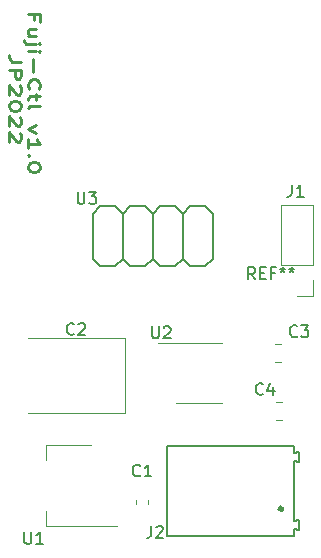
<source format=gbr>
%TF.GenerationSoftware,KiCad,Pcbnew,(6.0.5-0)*%
%TF.CreationDate,2022-06-26T23:43:10+02:00*%
%TF.ProjectId,Fuji-IoT,46756a69-2d49-46f5-942e-6b696361645f,rev?*%
%TF.SameCoordinates,Original*%
%TF.FileFunction,Legend,Top*%
%TF.FilePolarity,Positive*%
%FSLAX46Y46*%
G04 Gerber Fmt 4.6, Leading zero omitted, Abs format (unit mm)*
G04 Created by KiCad (PCBNEW (6.0.5-0)) date 2022-06-26 23:43:10*
%MOMM*%
%LPD*%
G01*
G04 APERTURE LIST*
%ADD10C,0.250000*%
%ADD11C,0.150000*%
%ADD12C,0.120000*%
%ADD13C,0.152400*%
%ADD14C,0.200000*%
%ADD15C,0.400000*%
G04 APERTURE END LIST*
D10*
X43976428Y-32300000D02*
X43976428Y-31833333D01*
X43452619Y-31833333D02*
X44452619Y-31833333D01*
X44452619Y-32500000D01*
X44119285Y-33633333D02*
X43452619Y-33633333D01*
X44119285Y-33033333D02*
X43595476Y-33033333D01*
X43500238Y-33100000D01*
X43452619Y-33233333D01*
X43452619Y-33433333D01*
X43500238Y-33566666D01*
X43547857Y-33633333D01*
X44119285Y-34300000D02*
X43262142Y-34300000D01*
X43166904Y-34233333D01*
X43119285Y-34100000D01*
X43119285Y-34033333D01*
X44452619Y-34300000D02*
X44405000Y-34233333D01*
X44357380Y-34300000D01*
X44405000Y-34366666D01*
X44452619Y-34300000D01*
X44357380Y-34300000D01*
X43452619Y-34966666D02*
X44119285Y-34966666D01*
X44452619Y-34966666D02*
X44405000Y-34900000D01*
X44357380Y-34966666D01*
X44405000Y-35033333D01*
X44452619Y-34966666D01*
X44357380Y-34966666D01*
X43833571Y-35633333D02*
X43833571Y-36700000D01*
X43547857Y-38166666D02*
X43500238Y-38100000D01*
X43452619Y-37900000D01*
X43452619Y-37766666D01*
X43500238Y-37566666D01*
X43595476Y-37433333D01*
X43690714Y-37366666D01*
X43881190Y-37300000D01*
X44024047Y-37300000D01*
X44214523Y-37366666D01*
X44309761Y-37433333D01*
X44405000Y-37566666D01*
X44452619Y-37766666D01*
X44452619Y-37900000D01*
X44405000Y-38100000D01*
X44357380Y-38166666D01*
X44119285Y-38566666D02*
X44119285Y-39100000D01*
X44452619Y-38766666D02*
X43595476Y-38766666D01*
X43500238Y-38833333D01*
X43452619Y-38966666D01*
X43452619Y-39100000D01*
X43452619Y-39766666D02*
X43500238Y-39633333D01*
X43595476Y-39566666D01*
X44452619Y-39566666D01*
X44119285Y-41233333D02*
X43452619Y-41566666D01*
X44119285Y-41900000D01*
X43452619Y-43166666D02*
X43452619Y-42366666D01*
X43452619Y-42766666D02*
X44452619Y-42766666D01*
X44309761Y-42633333D01*
X44214523Y-42500000D01*
X44166904Y-42366666D01*
X43547857Y-43766666D02*
X43500238Y-43833333D01*
X43452619Y-43766666D01*
X43500238Y-43700000D01*
X43547857Y-43766666D01*
X43452619Y-43766666D01*
X44452619Y-44700000D02*
X44452619Y-44833333D01*
X44405000Y-44966666D01*
X44357380Y-45033333D01*
X44262142Y-45100000D01*
X44071666Y-45166666D01*
X43833571Y-45166666D01*
X43643095Y-45100000D01*
X43547857Y-45033333D01*
X43500238Y-44966666D01*
X43452619Y-44833333D01*
X43452619Y-44700000D01*
X43500238Y-44566666D01*
X43547857Y-44500000D01*
X43643095Y-44433333D01*
X43833571Y-44366666D01*
X44071666Y-44366666D01*
X44262142Y-44433333D01*
X44357380Y-44500000D01*
X44405000Y-44566666D01*
X44452619Y-44700000D01*
X42842619Y-35833333D02*
X42128333Y-35833333D01*
X41985476Y-35766666D01*
X41890238Y-35633333D01*
X41842619Y-35433333D01*
X41842619Y-35300000D01*
X41842619Y-36500000D02*
X42842619Y-36500000D01*
X42842619Y-37033333D01*
X42795000Y-37166666D01*
X42747380Y-37233333D01*
X42652142Y-37300000D01*
X42509285Y-37300000D01*
X42414047Y-37233333D01*
X42366428Y-37166666D01*
X42318809Y-37033333D01*
X42318809Y-36500000D01*
X42747380Y-37833333D02*
X42795000Y-37900000D01*
X42842619Y-38033333D01*
X42842619Y-38366666D01*
X42795000Y-38500000D01*
X42747380Y-38566666D01*
X42652142Y-38633333D01*
X42556904Y-38633333D01*
X42414047Y-38566666D01*
X41842619Y-37766666D01*
X41842619Y-38633333D01*
X42842619Y-39500000D02*
X42842619Y-39633333D01*
X42795000Y-39766666D01*
X42747380Y-39833333D01*
X42652142Y-39900000D01*
X42461666Y-39966666D01*
X42223571Y-39966666D01*
X42033095Y-39900000D01*
X41937857Y-39833333D01*
X41890238Y-39766666D01*
X41842619Y-39633333D01*
X41842619Y-39500000D01*
X41890238Y-39366666D01*
X41937857Y-39300000D01*
X42033095Y-39233333D01*
X42223571Y-39166666D01*
X42461666Y-39166666D01*
X42652142Y-39233333D01*
X42747380Y-39300000D01*
X42795000Y-39366666D01*
X42842619Y-39500000D01*
X42747380Y-40500000D02*
X42795000Y-40566666D01*
X42842619Y-40700000D01*
X42842619Y-41033333D01*
X42795000Y-41166666D01*
X42747380Y-41233333D01*
X42652142Y-41300000D01*
X42556904Y-41300000D01*
X42414047Y-41233333D01*
X41842619Y-40433333D01*
X41842619Y-41300000D01*
X42747380Y-41833333D02*
X42795000Y-41900000D01*
X42842619Y-42033333D01*
X42842619Y-42366666D01*
X42795000Y-42500000D01*
X42747380Y-42566666D01*
X42652142Y-42633333D01*
X42556904Y-42633333D01*
X42414047Y-42566666D01*
X41842619Y-41766666D01*
X41842619Y-42633333D01*
D11*
%TO.C,REF\u002A\u002A*%
X62666666Y-54252380D02*
X62333333Y-53776190D01*
X62095238Y-54252380D02*
X62095238Y-53252380D01*
X62476190Y-53252380D01*
X62571428Y-53300000D01*
X62619047Y-53347619D01*
X62666666Y-53442857D01*
X62666666Y-53585714D01*
X62619047Y-53680952D01*
X62571428Y-53728571D01*
X62476190Y-53776190D01*
X62095238Y-53776190D01*
X63095238Y-53728571D02*
X63428571Y-53728571D01*
X63571428Y-54252380D02*
X63095238Y-54252380D01*
X63095238Y-53252380D01*
X63571428Y-53252380D01*
X64333333Y-53728571D02*
X64000000Y-53728571D01*
X64000000Y-54252380D02*
X64000000Y-53252380D01*
X64476190Y-53252380D01*
X65000000Y-53252380D02*
X65000000Y-53490476D01*
X64761904Y-53395238D02*
X65000000Y-53490476D01*
X65238095Y-53395238D01*
X64857142Y-53680952D02*
X65000000Y-53490476D01*
X65142857Y-53680952D01*
X65761904Y-53252380D02*
X65761904Y-53490476D01*
X65523809Y-53395238D02*
X65761904Y-53490476D01*
X66000000Y-53395238D01*
X65619047Y-53680952D02*
X65761904Y-53490476D01*
X65904761Y-53680952D01*
%TO.C,J1*%
X65766666Y-46252380D02*
X65766666Y-46966666D01*
X65719047Y-47109523D01*
X65623809Y-47204761D01*
X65480952Y-47252380D01*
X65385714Y-47252380D01*
X66766666Y-47252380D02*
X66195238Y-47252380D01*
X66480952Y-47252380D02*
X66480952Y-46252380D01*
X66385714Y-46395238D01*
X66290476Y-46490476D01*
X66195238Y-46538095D01*
%TO.C,C4*%
X63333333Y-63957142D02*
X63285714Y-64004761D01*
X63142857Y-64052380D01*
X63047619Y-64052380D01*
X62904761Y-64004761D01*
X62809523Y-63909523D01*
X62761904Y-63814285D01*
X62714285Y-63623809D01*
X62714285Y-63480952D01*
X62761904Y-63290476D01*
X62809523Y-63195238D01*
X62904761Y-63100000D01*
X63047619Y-63052380D01*
X63142857Y-63052380D01*
X63285714Y-63100000D01*
X63333333Y-63147619D01*
X64190476Y-63385714D02*
X64190476Y-64052380D01*
X63952380Y-63004761D02*
X63714285Y-63719047D01*
X64333333Y-63719047D01*
%TO.C,U3*%
X47638095Y-46852380D02*
X47638095Y-47661904D01*
X47685714Y-47757142D01*
X47733333Y-47804761D01*
X47828571Y-47852380D01*
X48019047Y-47852380D01*
X48114285Y-47804761D01*
X48161904Y-47757142D01*
X48209523Y-47661904D01*
X48209523Y-46852380D01*
X48590476Y-46852380D02*
X49209523Y-46852380D01*
X48876190Y-47233333D01*
X49019047Y-47233333D01*
X49114285Y-47280952D01*
X49161904Y-47328571D01*
X49209523Y-47423809D01*
X49209523Y-47661904D01*
X49161904Y-47757142D01*
X49114285Y-47804761D01*
X49019047Y-47852380D01*
X48733333Y-47852380D01*
X48638095Y-47804761D01*
X48590476Y-47757142D01*
%TO.C,U1*%
X43138095Y-75652380D02*
X43138095Y-76461904D01*
X43185714Y-76557142D01*
X43233333Y-76604761D01*
X43328571Y-76652380D01*
X43519047Y-76652380D01*
X43614285Y-76604761D01*
X43661904Y-76557142D01*
X43709523Y-76461904D01*
X43709523Y-75652380D01*
X44709523Y-76652380D02*
X44138095Y-76652380D01*
X44423809Y-76652380D02*
X44423809Y-75652380D01*
X44328571Y-75795238D01*
X44233333Y-75890476D01*
X44138095Y-75938095D01*
%TO.C,C3*%
X66233333Y-59057142D02*
X66185714Y-59104761D01*
X66042857Y-59152380D01*
X65947619Y-59152380D01*
X65804761Y-59104761D01*
X65709523Y-59009523D01*
X65661904Y-58914285D01*
X65614285Y-58723809D01*
X65614285Y-58580952D01*
X65661904Y-58390476D01*
X65709523Y-58295238D01*
X65804761Y-58200000D01*
X65947619Y-58152380D01*
X66042857Y-58152380D01*
X66185714Y-58200000D01*
X66233333Y-58247619D01*
X66566666Y-58152380D02*
X67185714Y-58152380D01*
X66852380Y-58533333D01*
X66995238Y-58533333D01*
X67090476Y-58580952D01*
X67138095Y-58628571D01*
X67185714Y-58723809D01*
X67185714Y-58961904D01*
X67138095Y-59057142D01*
X67090476Y-59104761D01*
X66995238Y-59152380D01*
X66709523Y-59152380D01*
X66614285Y-59104761D01*
X66566666Y-59057142D01*
%TO.C,C2*%
X47333333Y-58857142D02*
X47285714Y-58904761D01*
X47142857Y-58952380D01*
X47047619Y-58952380D01*
X46904761Y-58904761D01*
X46809523Y-58809523D01*
X46761904Y-58714285D01*
X46714285Y-58523809D01*
X46714285Y-58380952D01*
X46761904Y-58190476D01*
X46809523Y-58095238D01*
X46904761Y-58000000D01*
X47047619Y-57952380D01*
X47142857Y-57952380D01*
X47285714Y-58000000D01*
X47333333Y-58047619D01*
X47714285Y-58047619D02*
X47761904Y-58000000D01*
X47857142Y-57952380D01*
X48095238Y-57952380D01*
X48190476Y-58000000D01*
X48238095Y-58047619D01*
X48285714Y-58142857D01*
X48285714Y-58238095D01*
X48238095Y-58380952D01*
X47666666Y-58952380D01*
X48285714Y-58952380D01*
%TO.C,J2*%
X53866666Y-75152380D02*
X53866666Y-75866666D01*
X53819047Y-76009523D01*
X53723809Y-76104761D01*
X53580952Y-76152380D01*
X53485714Y-76152380D01*
X54295238Y-75247619D02*
X54342857Y-75200000D01*
X54438095Y-75152380D01*
X54676190Y-75152380D01*
X54771428Y-75200000D01*
X54819047Y-75247619D01*
X54866666Y-75342857D01*
X54866666Y-75438095D01*
X54819047Y-75580952D01*
X54247619Y-76152380D01*
X54866666Y-76152380D01*
%TO.C,U2*%
X53938095Y-58252380D02*
X53938095Y-59061904D01*
X53985714Y-59157142D01*
X54033333Y-59204761D01*
X54128571Y-59252380D01*
X54319047Y-59252380D01*
X54414285Y-59204761D01*
X54461904Y-59157142D01*
X54509523Y-59061904D01*
X54509523Y-58252380D01*
X54938095Y-58347619D02*
X54985714Y-58300000D01*
X55080952Y-58252380D01*
X55319047Y-58252380D01*
X55414285Y-58300000D01*
X55461904Y-58347619D01*
X55509523Y-58442857D01*
X55509523Y-58538095D01*
X55461904Y-58680952D01*
X54890476Y-59252380D01*
X55509523Y-59252380D01*
%TO.C,C1*%
X52933333Y-70857142D02*
X52885714Y-70904761D01*
X52742857Y-70952380D01*
X52647619Y-70952380D01*
X52504761Y-70904761D01*
X52409523Y-70809523D01*
X52361904Y-70714285D01*
X52314285Y-70523809D01*
X52314285Y-70380952D01*
X52361904Y-70190476D01*
X52409523Y-70095238D01*
X52504761Y-70000000D01*
X52647619Y-69952380D01*
X52742857Y-69952380D01*
X52885714Y-70000000D01*
X52933333Y-70047619D01*
X53885714Y-70952380D02*
X53314285Y-70952380D01*
X53600000Y-70952380D02*
X53600000Y-69952380D01*
X53504761Y-70095238D01*
X53409523Y-70190476D01*
X53314285Y-70238095D01*
D12*
%TO.C,J1*%
X64870000Y-53070000D02*
X64870000Y-47930000D01*
X67530000Y-54340000D02*
X67530000Y-55670000D01*
X67530000Y-53070000D02*
X64870000Y-53070000D01*
X67530000Y-55670000D02*
X66200000Y-55670000D01*
X67530000Y-53070000D02*
X67530000Y-47930000D01*
X67530000Y-47930000D02*
X64870000Y-47930000D01*
%TO.C,C4*%
X64438748Y-66135000D02*
X64961252Y-66135000D01*
X64438748Y-64665000D02*
X64961252Y-64665000D01*
D13*
%TO.C,U3*%
X51460000Y-48695000D02*
X50825000Y-48060000D01*
X50825000Y-53140000D02*
X49555000Y-53140000D01*
X51460000Y-52505000D02*
X51460000Y-48695000D01*
X53365000Y-48060000D02*
X52095000Y-48060000D01*
X59080000Y-48695000D02*
X59080000Y-52505000D01*
X54635000Y-53140000D02*
X54000000Y-52505000D01*
X53365000Y-53140000D02*
X52095000Y-53140000D01*
X51460000Y-52505000D02*
X50825000Y-53140000D01*
X54000000Y-52505000D02*
X54000000Y-48695000D01*
X54000000Y-52505000D02*
X53365000Y-53140000D01*
X52095000Y-53140000D02*
X51460000Y-52505000D01*
X57175000Y-53140000D02*
X56540000Y-52505000D01*
X52095000Y-48060000D02*
X51460000Y-48695000D01*
X58445000Y-48060000D02*
X57175000Y-48060000D01*
X57175000Y-48060000D02*
X56540000Y-48695000D01*
X56540000Y-48695000D02*
X55905000Y-48060000D01*
X55905000Y-48060000D02*
X54635000Y-48060000D01*
X54000000Y-48695000D02*
X53365000Y-48060000D01*
X56540000Y-52505000D02*
X55905000Y-53140000D01*
X58445000Y-53140000D02*
X57175000Y-53140000D01*
X59080000Y-52505000D02*
X58445000Y-53140000D01*
X54635000Y-48060000D02*
X54000000Y-48695000D01*
X55905000Y-53140000D02*
X54635000Y-53140000D01*
X49555000Y-48060000D02*
X48920000Y-48695000D01*
X59080000Y-48695000D02*
X58445000Y-48060000D01*
X49555000Y-53140000D02*
X48920000Y-52505000D01*
X48920000Y-52505000D02*
X48920000Y-48695000D01*
X50825000Y-48060000D02*
X49555000Y-48060000D01*
X56540000Y-52505000D02*
X56540000Y-48695000D01*
D12*
%TO.C,U1*%
X44990000Y-75110000D02*
X44990000Y-73850000D01*
X51000000Y-75110000D02*
X44990000Y-75110000D01*
X44990000Y-68290000D02*
X44990000Y-69550000D01*
X48750000Y-68290000D02*
X44990000Y-68290000D01*
%TO.C,C3*%
X64338748Y-61235000D02*
X64861252Y-61235000D01*
X64338748Y-59765000D02*
X64861252Y-59765000D01*
%TO.C,C2*%
X51635000Y-59240000D02*
X43450000Y-59240000D01*
X51635000Y-65560000D02*
X51635000Y-59240000D01*
X43450000Y-65560000D02*
X51635000Y-65560000D01*
D14*
%TO.C,J2*%
X66350000Y-75495000D02*
X65950000Y-75420000D01*
X65950000Y-74720000D02*
X66350000Y-74645000D01*
X65950000Y-69680000D02*
X65950000Y-74720000D01*
X65950000Y-75420000D02*
X65950000Y-76000000D01*
X65950000Y-76000000D02*
X55250000Y-76000000D01*
X55250000Y-76000000D02*
X55250000Y-68400000D01*
X55250000Y-68400000D02*
X65950000Y-68400000D01*
X65950000Y-68400000D02*
X65950000Y-68980000D01*
X66350000Y-69755000D02*
X65950000Y-69680000D01*
X66350000Y-74645000D02*
X66350000Y-75495000D01*
X66350000Y-68905000D02*
X66350000Y-69755000D01*
X65950000Y-68980000D02*
X66350000Y-68905000D01*
D15*
X64950000Y-73700000D02*
G75*
G03*
X64950000Y-73700000I-100000J0D01*
G01*
D12*
%TO.C,U2*%
X57900000Y-64760000D02*
X55950000Y-64760000D01*
X57900000Y-64760000D02*
X59850000Y-64760000D01*
X57900000Y-59640000D02*
X54450000Y-59640000D01*
X57900000Y-59640000D02*
X59850000Y-59640000D01*
%TO.C,C1*%
X53610000Y-73246267D02*
X53610000Y-72953733D01*
X52590000Y-73246267D02*
X52590000Y-72953733D01*
%TD*%
M02*

</source>
